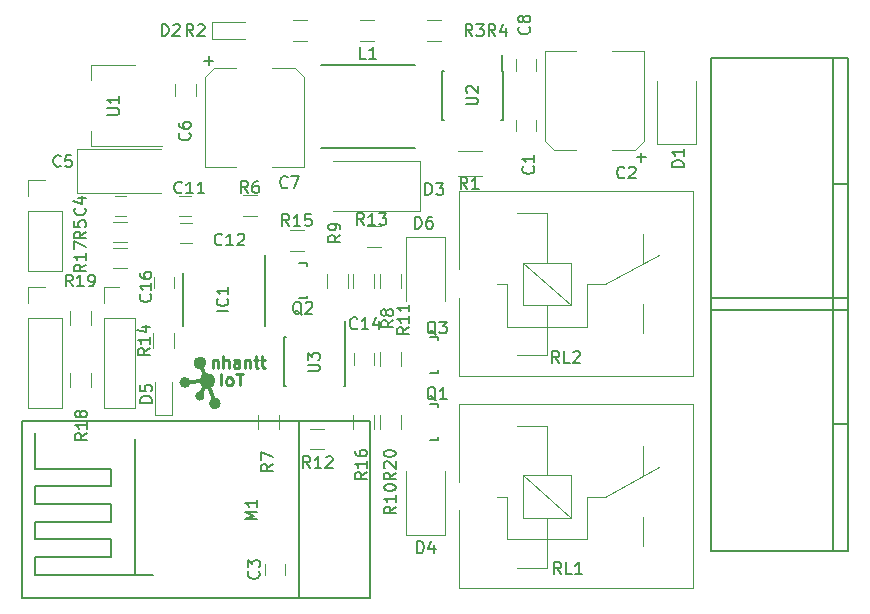
<source format=gto>
G04 #@! TF.FileFunction,Legend,Top*
%FSLAX46Y46*%
G04 Gerber Fmt 4.6, Leading zero omitted, Abs format (unit mm)*
G04 Created by KiCad (PCBNEW 4.0.6) date 01/12/18 15:45:59*
%MOMM*%
%LPD*%
G01*
G04 APERTURE LIST*
%ADD10C,0.100000*%
%ADD11C,0.250000*%
%ADD12C,0.120000*%
%ADD13C,0.150000*%
%ADD14C,0.300000*%
%ADD15C,0.600000*%
%ADD16C,0.400000*%
%ADD17C,0.500000*%
G04 APERTURE END LIST*
D10*
D11*
X86207142Y-119510714D02*
X86207142Y-120177381D01*
X86207142Y-119605952D02*
X86254761Y-119558333D01*
X86349999Y-119510714D01*
X86492857Y-119510714D01*
X86588095Y-119558333D01*
X86635714Y-119653571D01*
X86635714Y-120177381D01*
X87111904Y-120177381D02*
X87111904Y-119177381D01*
X87540476Y-120177381D02*
X87540476Y-119653571D01*
X87492857Y-119558333D01*
X87397619Y-119510714D01*
X87254761Y-119510714D01*
X87159523Y-119558333D01*
X87111904Y-119605952D01*
X88445238Y-120177381D02*
X88445238Y-119653571D01*
X88397619Y-119558333D01*
X88302381Y-119510714D01*
X88111904Y-119510714D01*
X88016666Y-119558333D01*
X88445238Y-120129762D02*
X88350000Y-120177381D01*
X88111904Y-120177381D01*
X88016666Y-120129762D01*
X87969047Y-120034524D01*
X87969047Y-119939286D01*
X88016666Y-119844048D01*
X88111904Y-119796429D01*
X88350000Y-119796429D01*
X88445238Y-119748810D01*
X88921428Y-119510714D02*
X88921428Y-120177381D01*
X88921428Y-119605952D02*
X88969047Y-119558333D01*
X89064285Y-119510714D01*
X89207143Y-119510714D01*
X89302381Y-119558333D01*
X89350000Y-119653571D01*
X89350000Y-120177381D01*
X89683333Y-119510714D02*
X90064285Y-119510714D01*
X89826190Y-119177381D02*
X89826190Y-120034524D01*
X89873809Y-120129762D01*
X89969047Y-120177381D01*
X90064285Y-120177381D01*
X90254762Y-119510714D02*
X90635714Y-119510714D01*
X90397619Y-119177381D02*
X90397619Y-120034524D01*
X90445238Y-120129762D01*
X90540476Y-120177381D01*
X90635714Y-120177381D01*
D12*
X111850000Y-99170000D02*
X111850000Y-100170000D01*
X113550000Y-100170000D02*
X113550000Y-99170000D01*
X121930000Y-101760000D02*
X120010000Y-101760000D01*
X115070000Y-101760000D02*
X116990000Y-101760000D01*
X122690000Y-93380000D02*
X120010000Y-93380000D01*
X114310000Y-93380000D02*
X116990000Y-93380000D01*
X122690000Y-93380000D02*
X122690000Y-101000000D01*
X122690000Y-101000000D02*
X121930000Y-101760000D01*
X115070000Y-101760000D02*
X114310000Y-101000000D01*
X114310000Y-101000000D02*
X114310000Y-93380000D01*
X90630000Y-136760000D02*
X90630000Y-137760000D01*
X92330000Y-137760000D02*
X92330000Y-136760000D01*
X78900000Y-105620000D02*
X77900000Y-105620000D01*
X77900000Y-107320000D02*
X78900000Y-107320000D01*
X74700000Y-101650000D02*
X81800000Y-101650000D01*
X74700000Y-105350000D02*
X81800000Y-105350000D01*
X74700000Y-101650000D02*
X74700000Y-105350000D01*
X84750000Y-97170000D02*
X84750000Y-96170000D01*
X83050000Y-96170000D02*
X83050000Y-97170000D01*
X85510000Y-103160000D02*
X88190000Y-103160000D01*
X93890000Y-103160000D02*
X91210000Y-103160000D01*
X93130000Y-94780000D02*
X91210000Y-94780000D01*
X86270000Y-94780000D02*
X88190000Y-94780000D01*
X85510000Y-103160000D02*
X85510000Y-95540000D01*
X85510000Y-95540000D02*
X86270000Y-94780000D01*
X93130000Y-94780000D02*
X93890000Y-95540000D01*
X93890000Y-95540000D02*
X93890000Y-103160000D01*
X113550000Y-95070000D02*
X113550000Y-94070000D01*
X111850000Y-94070000D02*
X111850000Y-95070000D01*
X83370000Y-107340000D02*
X84370000Y-107340000D01*
X84370000Y-105640000D02*
X83370000Y-105640000D01*
X83420000Y-109590000D02*
X84420000Y-109590000D01*
X84420000Y-107890000D02*
X83420000Y-107890000D01*
X98150000Y-118920000D02*
X98150000Y-119920000D01*
X99850000Y-119920000D02*
X99850000Y-118920000D01*
X82940000Y-113470000D02*
X82940000Y-112470000D01*
X81240000Y-112470000D02*
X81240000Y-113470000D01*
X123850000Y-101270000D02*
X127150000Y-101270000D01*
X127150000Y-101270000D02*
X127150000Y-95870000D01*
X123850000Y-101270000D02*
X123850000Y-95870000D01*
X86150000Y-90920000D02*
X86150000Y-92320000D01*
X86150000Y-92320000D02*
X88950000Y-92320000D01*
X86150000Y-90920000D02*
X88950000Y-90920000D01*
X103710000Y-106940000D02*
X103710000Y-102640000D01*
X103710000Y-102640000D02*
X96410000Y-102640000D01*
X103710000Y-106940000D02*
X96410000Y-106940000D01*
X102600000Y-134320000D02*
X105900000Y-134320000D01*
X105900000Y-134320000D02*
X105900000Y-128920000D01*
X102600000Y-134320000D02*
X102600000Y-128920000D01*
X81320000Y-124210000D02*
X82720000Y-124210000D01*
X82720000Y-124210000D02*
X82720000Y-121410000D01*
X81320000Y-124210000D02*
X81320000Y-121410000D01*
X105900000Y-109120000D02*
X102600000Y-109120000D01*
X102600000Y-109120000D02*
X102600000Y-114520000D01*
X105900000Y-109120000D02*
X105900000Y-114520000D01*
D13*
X83725000Y-112195000D02*
X83725000Y-116645000D01*
X90625000Y-110670000D02*
X90625000Y-116645000D01*
D12*
X70600000Y-115940000D02*
X70600000Y-123620000D01*
X70600000Y-123620000D02*
X73400000Y-123620000D01*
X73400000Y-123620000D02*
X73400000Y-115940000D01*
X73400000Y-115940000D02*
X70600000Y-115940000D01*
X70600000Y-114670000D02*
X70600000Y-113340000D01*
X70600000Y-113340000D02*
X72000000Y-113340000D01*
X76960000Y-115940000D02*
X76960000Y-123620000D01*
X76960000Y-123620000D02*
X79620000Y-123620000D01*
X79620000Y-123620000D02*
X79620000Y-115940000D01*
X79620000Y-115940000D02*
X76960000Y-115940000D01*
X76960000Y-114670000D02*
X76960000Y-113340000D01*
X76960000Y-113340000D02*
X78290000Y-113340000D01*
D13*
X95400000Y-94570000D02*
X103300000Y-94570000D01*
X95400000Y-101570000D02*
X103300000Y-101570000D01*
X79620000Y-126220000D02*
X79620000Y-137720000D01*
X77620000Y-137720000D02*
X81120000Y-137720000D01*
X71120000Y-137720000D02*
X77620000Y-137720000D01*
X71120000Y-136220000D02*
X71120000Y-137720000D01*
X77620000Y-136220000D02*
X71120000Y-136220000D01*
X77620000Y-134720000D02*
X77620000Y-136220000D01*
X71120000Y-134720000D02*
X77620000Y-134720000D01*
X71120000Y-133220000D02*
X71120000Y-134720000D01*
X77620000Y-133220000D02*
X71120000Y-133220000D01*
X77620000Y-131720000D02*
X77620000Y-133220000D01*
X71120000Y-131720000D02*
X77620000Y-131720000D01*
X71120000Y-130220000D02*
X71120000Y-131720000D01*
X77620000Y-130220000D02*
X71120000Y-130220000D01*
X77620000Y-128720000D02*
X77620000Y-130220000D01*
X71120000Y-128720000D02*
X77620000Y-128720000D01*
X71120000Y-125720000D02*
X71120000Y-128720000D01*
X93520000Y-139720000D02*
X93520000Y-124720000D01*
X70020000Y-124720000D02*
X99520000Y-124720000D01*
X70020000Y-139720000D02*
X70020000Y-124720000D01*
X99520000Y-139720000D02*
X70020000Y-139720000D01*
X99520000Y-139720000D02*
X99520000Y-124720000D01*
X105301000Y-126069160D02*
X105301000Y-126020900D01*
X104599960Y-123270180D02*
X105301000Y-123270180D01*
X105301000Y-123270180D02*
X105301000Y-123519100D01*
X105301000Y-126069160D02*
X105301000Y-126269820D01*
X105301000Y-126269820D02*
X104599960Y-126269820D01*
X94200240Y-114119160D02*
X94200240Y-114070900D01*
X93499200Y-111320180D02*
X94200240Y-111320180D01*
X94200240Y-111320180D02*
X94200240Y-111569100D01*
X94200240Y-114119160D02*
X94200240Y-114319820D01*
X94200240Y-114319820D02*
X93499200Y-114319820D01*
X105310240Y-120419160D02*
X105310240Y-120370900D01*
X104609200Y-117620180D02*
X105310240Y-117620180D01*
X105310240Y-117620180D02*
X105310240Y-117869100D01*
X105310240Y-120419160D02*
X105310240Y-120619820D01*
X105310240Y-120619820D02*
X104609200Y-120619820D01*
D12*
X109000000Y-103940000D02*
X107000000Y-103940000D01*
X107000000Y-101800000D02*
X109000000Y-101800000D01*
X94216666Y-92500000D02*
X93016666Y-92500000D01*
X93016666Y-90740000D02*
X94216666Y-90740000D01*
X98683332Y-90740000D02*
X99883332Y-90740000D01*
X99883332Y-92500000D02*
X98683332Y-92500000D01*
X104349998Y-90740000D02*
X105549998Y-90740000D01*
X105549998Y-92500000D02*
X104349998Y-92500000D01*
X77750000Y-107810000D02*
X78950000Y-107810000D01*
X78950000Y-109570000D02*
X77750000Y-109570000D01*
X88750000Y-105590000D02*
X89950000Y-105590000D01*
X89950000Y-107350000D02*
X88750000Y-107350000D01*
X90020000Y-125370000D02*
X90020000Y-124170000D01*
X91780000Y-124170000D02*
X91780000Y-125370000D01*
X98120000Y-113470000D02*
X98120000Y-112270000D01*
X99880000Y-112270000D02*
X99880000Y-113470000D01*
X95870000Y-113470000D02*
X95870000Y-112270000D01*
X97630000Y-112270000D02*
X97630000Y-113470000D01*
X100370000Y-125370000D02*
X100370000Y-124170000D01*
X102130000Y-124170000D02*
X102130000Y-125370000D01*
X100370000Y-113470000D02*
X100370000Y-112270000D01*
X102130000Y-112270000D02*
X102130000Y-113470000D01*
X95650000Y-127090000D02*
X94450000Y-127090000D01*
X94450000Y-125330000D02*
X95650000Y-125330000D01*
X99250000Y-108190000D02*
X100450000Y-108190000D01*
X100450000Y-109950000D02*
X99250000Y-109950000D01*
X82920000Y-117280000D02*
X82920000Y-118480000D01*
X81160000Y-118480000D02*
X81160000Y-117280000D01*
X93910000Y-110310000D02*
X92710000Y-110310000D01*
X92710000Y-108550000D02*
X93910000Y-108550000D01*
X99830000Y-124170000D02*
X99830000Y-125370000D01*
X98070000Y-125370000D02*
X98070000Y-124170000D01*
X77720000Y-110020000D02*
X78920000Y-110020000D01*
X78920000Y-111780000D02*
X77720000Y-111780000D01*
X74160000Y-121820000D02*
X74160000Y-120620000D01*
X75920000Y-120620000D02*
X75920000Y-121820000D01*
X75870000Y-115390000D02*
X75870000Y-116590000D01*
X74110000Y-116590000D02*
X74110000Y-115390000D01*
X100370000Y-120070000D02*
X100370000Y-118870000D01*
X102130000Y-118870000D02*
X102130000Y-120070000D01*
X75890000Y-94590000D02*
X75890000Y-95850000D01*
X75890000Y-101410000D02*
X75890000Y-100150000D01*
X79650000Y-94590000D02*
X75890000Y-94590000D01*
X81900000Y-101410000D02*
X75890000Y-101410000D01*
D13*
X110775000Y-95095000D02*
X110725000Y-95095000D01*
X110775000Y-99245000D02*
X110630000Y-99245000D01*
X105625000Y-99245000D02*
X105770000Y-99245000D01*
X105625000Y-95095000D02*
X105770000Y-95095000D01*
X110775000Y-95095000D02*
X110775000Y-99245000D01*
X105625000Y-95095000D02*
X105625000Y-99245000D01*
X110725000Y-95095000D02*
X110725000Y-93695000D01*
X97425000Y-117595000D02*
X97375000Y-117595000D01*
X97425000Y-121745000D02*
X97280000Y-121745000D01*
X92275000Y-121745000D02*
X92420000Y-121745000D01*
X92275000Y-117595000D02*
X92420000Y-117595000D01*
X97425000Y-117595000D02*
X97425000Y-121745000D01*
X92275000Y-117595000D02*
X92275000Y-121745000D01*
X97375000Y-117595000D02*
X97375000Y-116195000D01*
X138800000Y-104630000D02*
X139900000Y-104630000D01*
X138700000Y-115310000D02*
X138700000Y-93950000D01*
X140000000Y-115310000D02*
X140000000Y-93950000D01*
X128400000Y-115310000D02*
X140000000Y-115310000D01*
X140000000Y-93950000D02*
X128400000Y-93950000D01*
X128400000Y-93950000D02*
X128400000Y-115310000D01*
X138800000Y-124980000D02*
X139900000Y-124980000D01*
X138700000Y-135660000D02*
X138700000Y-114300000D01*
X140000000Y-135660000D02*
X140000000Y-114300000D01*
X128400000Y-135660000D02*
X140000000Y-135660000D01*
X140000000Y-114300000D02*
X128400000Y-114300000D01*
X128400000Y-114300000D02*
X128400000Y-135660000D01*
D12*
X107050000Y-132250000D02*
X107050000Y-138850000D01*
X107050000Y-123250000D02*
X107050000Y-129850000D01*
X107050000Y-123250000D02*
X126850000Y-123250000D01*
X126850000Y-123250000D02*
X126850000Y-138850000D01*
X126850000Y-138850000D02*
X107050000Y-138850000D01*
X122600000Y-135250000D02*
X122600000Y-132800000D01*
X122600000Y-126850000D02*
X122600000Y-129350000D01*
X112000000Y-137100000D02*
X114500000Y-137100000D01*
X111100000Y-131100000D02*
X110300000Y-131100000D01*
X114500000Y-125100000D02*
X112000000Y-125100000D01*
X117900000Y-131100000D02*
X119400000Y-131100000D01*
X119400000Y-131100000D02*
X124000000Y-128600000D01*
X117900000Y-134700000D02*
X111100000Y-134700000D01*
X117900000Y-131100000D02*
X117900000Y-134700000D01*
X111100000Y-131100000D02*
X111100000Y-134700000D01*
X114500000Y-125100000D02*
X114500000Y-129300000D01*
X114500000Y-132900000D02*
X114500000Y-137100000D01*
X116500000Y-132900000D02*
X112500000Y-129300000D01*
X112500000Y-132900000D02*
X112500000Y-129300000D01*
X112500000Y-129300000D02*
X116500000Y-129300000D01*
X116500000Y-129300000D02*
X116500000Y-132900000D01*
X116500000Y-132900000D02*
X112500000Y-132900000D01*
X107050000Y-114250000D02*
X107050000Y-120850000D01*
X107050000Y-105250000D02*
X107050000Y-111850000D01*
X107050000Y-105250000D02*
X126850000Y-105250000D01*
X126850000Y-105250000D02*
X126850000Y-120850000D01*
X126850000Y-120850000D02*
X107050000Y-120850000D01*
X122600000Y-117250000D02*
X122600000Y-114800000D01*
X122600000Y-108850000D02*
X122600000Y-111350000D01*
X112000000Y-119100000D02*
X114500000Y-119100000D01*
X111100000Y-113100000D02*
X110300000Y-113100000D01*
X114500000Y-107100000D02*
X112000000Y-107100000D01*
X117900000Y-113100000D02*
X119400000Y-113100000D01*
X119400000Y-113100000D02*
X124000000Y-110600000D01*
X117900000Y-116700000D02*
X111100000Y-116700000D01*
X117900000Y-113100000D02*
X117900000Y-116700000D01*
X111100000Y-113100000D02*
X111100000Y-116700000D01*
X114500000Y-107100000D02*
X114500000Y-111300000D01*
X114500000Y-114900000D02*
X114500000Y-119100000D01*
X116500000Y-114900000D02*
X112500000Y-111300000D01*
X112500000Y-114900000D02*
X112500000Y-111300000D01*
X112500000Y-111300000D02*
X116500000Y-111300000D01*
X116500000Y-111300000D02*
X116500000Y-114900000D01*
X116500000Y-114900000D02*
X112500000Y-114900000D01*
X70600000Y-106880000D02*
X70600000Y-112020000D01*
X70600000Y-112020000D02*
X73400000Y-112020000D01*
X73400000Y-112020000D02*
X73400000Y-106880000D01*
X73330000Y-106880000D02*
X70670000Y-106880000D01*
X70600000Y-105610000D02*
X70600000Y-104280000D01*
X70600000Y-104280000D02*
X72000000Y-104280000D01*
D14*
X85750000Y-121300000D02*
X86385000Y-123205000D01*
X85750000Y-121300000D02*
X85115000Y-122570000D01*
X83845000Y-121427000D02*
X85750000Y-121300000D01*
X85115000Y-119776000D02*
X85750000Y-121300000D01*
D15*
X85369000Y-119776000D02*
G75*
G03X85369000Y-119776000I-254000J0D01*
G01*
D16*
X84099000Y-121427000D02*
G75*
G03X84099000Y-121427000I-254000J0D01*
G01*
D15*
X86131000Y-121300000D02*
G75*
G03X86131000Y-121300000I-381000J0D01*
G01*
D17*
X86639000Y-123205000D02*
G75*
G03X86639000Y-123205000I-254000J0D01*
G01*
D16*
X85305500Y-122570000D02*
G75*
G03X85305500Y-122570000I-190500J0D01*
G01*
D13*
X113332143Y-103141666D02*
X113379762Y-103189285D01*
X113427381Y-103332142D01*
X113427381Y-103427380D01*
X113379762Y-103570238D01*
X113284524Y-103665476D01*
X113189286Y-103713095D01*
X112998810Y-103760714D01*
X112855952Y-103760714D01*
X112665476Y-103713095D01*
X112570238Y-103665476D01*
X112475000Y-103570238D01*
X112427381Y-103427380D01*
X112427381Y-103332142D01*
X112475000Y-103189285D01*
X112522619Y-103141666D01*
X113427381Y-102189285D02*
X113427381Y-102760714D01*
X113427381Y-102475000D02*
X112427381Y-102475000D01*
X112570238Y-102570238D01*
X112665476Y-102665476D01*
X112713095Y-102760714D01*
X121058334Y-104057143D02*
X121010715Y-104104762D01*
X120867858Y-104152381D01*
X120772620Y-104152381D01*
X120629762Y-104104762D01*
X120534524Y-104009524D01*
X120486905Y-103914286D01*
X120439286Y-103723810D01*
X120439286Y-103580952D01*
X120486905Y-103390476D01*
X120534524Y-103295238D01*
X120629762Y-103200000D01*
X120772620Y-103152381D01*
X120867858Y-103152381D01*
X121010715Y-103200000D01*
X121058334Y-103247619D01*
X121439286Y-103247619D02*
X121486905Y-103200000D01*
X121582143Y-103152381D01*
X121820239Y-103152381D01*
X121915477Y-103200000D01*
X121963096Y-103247619D01*
X122010715Y-103342857D01*
X122010715Y-103438095D01*
X121963096Y-103580952D01*
X121391667Y-104152381D01*
X122010715Y-104152381D01*
X122481429Y-102730952D02*
X122481429Y-101969047D01*
X122862381Y-102349999D02*
X122100476Y-102349999D01*
X90087143Y-137426666D02*
X90134762Y-137474285D01*
X90182381Y-137617142D01*
X90182381Y-137712380D01*
X90134762Y-137855238D01*
X90039524Y-137950476D01*
X89944286Y-137998095D01*
X89753810Y-138045714D01*
X89610952Y-138045714D01*
X89420476Y-137998095D01*
X89325238Y-137950476D01*
X89230000Y-137855238D01*
X89182381Y-137712380D01*
X89182381Y-137617142D01*
X89230000Y-137474285D01*
X89277619Y-137426666D01*
X89182381Y-137093333D02*
X89182381Y-136474285D01*
X89563333Y-136807619D01*
X89563333Y-136664761D01*
X89610952Y-136569523D01*
X89658571Y-136521904D01*
X89753810Y-136474285D01*
X89991905Y-136474285D01*
X90087143Y-136521904D01*
X90134762Y-136569523D01*
X90182381Y-136664761D01*
X90182381Y-136950476D01*
X90134762Y-137045714D01*
X90087143Y-137093333D01*
X75357143Y-106666666D02*
X75404762Y-106714285D01*
X75452381Y-106857142D01*
X75452381Y-106952380D01*
X75404762Y-107095238D01*
X75309524Y-107190476D01*
X75214286Y-107238095D01*
X75023810Y-107285714D01*
X74880952Y-107285714D01*
X74690476Y-107238095D01*
X74595238Y-107190476D01*
X74500000Y-107095238D01*
X74452381Y-106952380D01*
X74452381Y-106857142D01*
X74500000Y-106714285D01*
X74547619Y-106666666D01*
X74785714Y-105809523D02*
X75452381Y-105809523D01*
X74404762Y-106047619D02*
X75119048Y-106285714D01*
X75119048Y-105666666D01*
X73333334Y-103082143D02*
X73285715Y-103129762D01*
X73142858Y-103177381D01*
X73047620Y-103177381D01*
X72904762Y-103129762D01*
X72809524Y-103034524D01*
X72761905Y-102939286D01*
X72714286Y-102748810D01*
X72714286Y-102605952D01*
X72761905Y-102415476D01*
X72809524Y-102320238D01*
X72904762Y-102225000D01*
X73047620Y-102177381D01*
X73142858Y-102177381D01*
X73285715Y-102225000D01*
X73333334Y-102272619D01*
X74238096Y-102177381D02*
X73761905Y-102177381D01*
X73714286Y-102653571D01*
X73761905Y-102605952D01*
X73857143Y-102558333D01*
X74095239Y-102558333D01*
X74190477Y-102605952D01*
X74238096Y-102653571D01*
X74285715Y-102748810D01*
X74285715Y-102986905D01*
X74238096Y-103082143D01*
X74190477Y-103129762D01*
X74095239Y-103177381D01*
X73857143Y-103177381D01*
X73761905Y-103129762D01*
X73714286Y-103082143D01*
X84232143Y-100316666D02*
X84279762Y-100364285D01*
X84327381Y-100507142D01*
X84327381Y-100602380D01*
X84279762Y-100745238D01*
X84184524Y-100840476D01*
X84089286Y-100888095D01*
X83898810Y-100935714D01*
X83755952Y-100935714D01*
X83565476Y-100888095D01*
X83470238Y-100840476D01*
X83375000Y-100745238D01*
X83327381Y-100602380D01*
X83327381Y-100507142D01*
X83375000Y-100364285D01*
X83422619Y-100316666D01*
X83327381Y-99459523D02*
X83327381Y-99650000D01*
X83375000Y-99745238D01*
X83422619Y-99792857D01*
X83565476Y-99888095D01*
X83755952Y-99935714D01*
X84136905Y-99935714D01*
X84232143Y-99888095D01*
X84279762Y-99840476D01*
X84327381Y-99745238D01*
X84327381Y-99554761D01*
X84279762Y-99459523D01*
X84232143Y-99411904D01*
X84136905Y-99364285D01*
X83898810Y-99364285D01*
X83803571Y-99411904D01*
X83755952Y-99459523D01*
X83708333Y-99554761D01*
X83708333Y-99745238D01*
X83755952Y-99840476D01*
X83803571Y-99888095D01*
X83898810Y-99935714D01*
X92533334Y-104882143D02*
X92485715Y-104929762D01*
X92342858Y-104977381D01*
X92247620Y-104977381D01*
X92104762Y-104929762D01*
X92009524Y-104834524D01*
X91961905Y-104739286D01*
X91914286Y-104548810D01*
X91914286Y-104405952D01*
X91961905Y-104215476D01*
X92009524Y-104120238D01*
X92104762Y-104025000D01*
X92247620Y-103977381D01*
X92342858Y-103977381D01*
X92485715Y-104025000D01*
X92533334Y-104072619D01*
X92866667Y-103977381D02*
X93533334Y-103977381D01*
X93104762Y-104977381D01*
X85871429Y-94570952D02*
X85871429Y-93809047D01*
X86252381Y-94189999D02*
X85490476Y-94189999D01*
X112982143Y-91316666D02*
X113029762Y-91364285D01*
X113077381Y-91507142D01*
X113077381Y-91602380D01*
X113029762Y-91745238D01*
X112934524Y-91840476D01*
X112839286Y-91888095D01*
X112648810Y-91935714D01*
X112505952Y-91935714D01*
X112315476Y-91888095D01*
X112220238Y-91840476D01*
X112125000Y-91745238D01*
X112077381Y-91602380D01*
X112077381Y-91507142D01*
X112125000Y-91364285D01*
X112172619Y-91316666D01*
X112505952Y-90745238D02*
X112458333Y-90840476D01*
X112410714Y-90888095D01*
X112315476Y-90935714D01*
X112267857Y-90935714D01*
X112172619Y-90888095D01*
X112125000Y-90840476D01*
X112077381Y-90745238D01*
X112077381Y-90554761D01*
X112125000Y-90459523D01*
X112172619Y-90411904D01*
X112267857Y-90364285D01*
X112315476Y-90364285D01*
X112410714Y-90411904D01*
X112458333Y-90459523D01*
X112505952Y-90554761D01*
X112505952Y-90745238D01*
X112553571Y-90840476D01*
X112601190Y-90888095D01*
X112696429Y-90935714D01*
X112886905Y-90935714D01*
X112982143Y-90888095D01*
X113029762Y-90840476D01*
X113077381Y-90745238D01*
X113077381Y-90554761D01*
X113029762Y-90459523D01*
X112982143Y-90411904D01*
X112886905Y-90364285D01*
X112696429Y-90364285D01*
X112601190Y-90411904D01*
X112553571Y-90459523D01*
X112505952Y-90554761D01*
X83582143Y-105332143D02*
X83534524Y-105379762D01*
X83391667Y-105427381D01*
X83296429Y-105427381D01*
X83153571Y-105379762D01*
X83058333Y-105284524D01*
X83010714Y-105189286D01*
X82963095Y-104998810D01*
X82963095Y-104855952D01*
X83010714Y-104665476D01*
X83058333Y-104570238D01*
X83153571Y-104475000D01*
X83296429Y-104427381D01*
X83391667Y-104427381D01*
X83534524Y-104475000D01*
X83582143Y-104522619D01*
X84534524Y-105427381D02*
X83963095Y-105427381D01*
X84248809Y-105427381D02*
X84248809Y-104427381D01*
X84153571Y-104570238D01*
X84058333Y-104665476D01*
X83963095Y-104713095D01*
X85486905Y-105427381D02*
X84915476Y-105427381D01*
X85201190Y-105427381D02*
X85201190Y-104427381D01*
X85105952Y-104570238D01*
X85010714Y-104665476D01*
X84915476Y-104713095D01*
X86982143Y-109732143D02*
X86934524Y-109779762D01*
X86791667Y-109827381D01*
X86696429Y-109827381D01*
X86553571Y-109779762D01*
X86458333Y-109684524D01*
X86410714Y-109589286D01*
X86363095Y-109398810D01*
X86363095Y-109255952D01*
X86410714Y-109065476D01*
X86458333Y-108970238D01*
X86553571Y-108875000D01*
X86696429Y-108827381D01*
X86791667Y-108827381D01*
X86934524Y-108875000D01*
X86982143Y-108922619D01*
X87934524Y-109827381D02*
X87363095Y-109827381D01*
X87648809Y-109827381D02*
X87648809Y-108827381D01*
X87553571Y-108970238D01*
X87458333Y-109065476D01*
X87363095Y-109113095D01*
X88315476Y-108922619D02*
X88363095Y-108875000D01*
X88458333Y-108827381D01*
X88696429Y-108827381D01*
X88791667Y-108875000D01*
X88839286Y-108922619D01*
X88886905Y-109017857D01*
X88886905Y-109113095D01*
X88839286Y-109255952D01*
X88267857Y-109827381D01*
X88886905Y-109827381D01*
X98432143Y-116832143D02*
X98384524Y-116879762D01*
X98241667Y-116927381D01*
X98146429Y-116927381D01*
X98003571Y-116879762D01*
X97908333Y-116784524D01*
X97860714Y-116689286D01*
X97813095Y-116498810D01*
X97813095Y-116355952D01*
X97860714Y-116165476D01*
X97908333Y-116070238D01*
X98003571Y-115975000D01*
X98146429Y-115927381D01*
X98241667Y-115927381D01*
X98384524Y-115975000D01*
X98432143Y-116022619D01*
X99384524Y-116927381D02*
X98813095Y-116927381D01*
X99098809Y-116927381D02*
X99098809Y-115927381D01*
X99003571Y-116070238D01*
X98908333Y-116165476D01*
X98813095Y-116213095D01*
X100241667Y-116260714D02*
X100241667Y-116927381D01*
X100003571Y-115879762D02*
X99765476Y-116594048D01*
X100384524Y-116594048D01*
X80907143Y-113967857D02*
X80954762Y-114015476D01*
X81002381Y-114158333D01*
X81002381Y-114253571D01*
X80954762Y-114396429D01*
X80859524Y-114491667D01*
X80764286Y-114539286D01*
X80573810Y-114586905D01*
X80430952Y-114586905D01*
X80240476Y-114539286D01*
X80145238Y-114491667D01*
X80050000Y-114396429D01*
X80002381Y-114253571D01*
X80002381Y-114158333D01*
X80050000Y-114015476D01*
X80097619Y-113967857D01*
X81002381Y-113015476D02*
X81002381Y-113586905D01*
X81002381Y-113301191D02*
X80002381Y-113301191D01*
X80145238Y-113396429D01*
X80240476Y-113491667D01*
X80288095Y-113586905D01*
X80002381Y-112158333D02*
X80002381Y-112348810D01*
X80050000Y-112444048D01*
X80097619Y-112491667D01*
X80240476Y-112586905D01*
X80430952Y-112634524D01*
X80811905Y-112634524D01*
X80907143Y-112586905D01*
X80954762Y-112539286D01*
X81002381Y-112444048D01*
X81002381Y-112253571D01*
X80954762Y-112158333D01*
X80907143Y-112110714D01*
X80811905Y-112063095D01*
X80573810Y-112063095D01*
X80478571Y-112110714D01*
X80430952Y-112158333D01*
X80383333Y-112253571D01*
X80383333Y-112444048D01*
X80430952Y-112539286D01*
X80478571Y-112586905D01*
X80573810Y-112634524D01*
X126077381Y-103188095D02*
X125077381Y-103188095D01*
X125077381Y-102950000D01*
X125125000Y-102807142D01*
X125220238Y-102711904D01*
X125315476Y-102664285D01*
X125505952Y-102616666D01*
X125648810Y-102616666D01*
X125839286Y-102664285D01*
X125934524Y-102711904D01*
X126029762Y-102807142D01*
X126077381Y-102950000D01*
X126077381Y-103188095D01*
X126077381Y-101664285D02*
X126077381Y-102235714D01*
X126077381Y-101950000D02*
X125077381Y-101950000D01*
X125220238Y-102045238D01*
X125315476Y-102140476D01*
X125363095Y-102235714D01*
X81886905Y-92077381D02*
X81886905Y-91077381D01*
X82125000Y-91077381D01*
X82267858Y-91125000D01*
X82363096Y-91220238D01*
X82410715Y-91315476D01*
X82458334Y-91505952D01*
X82458334Y-91648810D01*
X82410715Y-91839286D01*
X82363096Y-91934524D01*
X82267858Y-92029762D01*
X82125000Y-92077381D01*
X81886905Y-92077381D01*
X82839286Y-91172619D02*
X82886905Y-91125000D01*
X82982143Y-91077381D01*
X83220239Y-91077381D01*
X83315477Y-91125000D01*
X83363096Y-91172619D01*
X83410715Y-91267857D01*
X83410715Y-91363095D01*
X83363096Y-91505952D01*
X82791667Y-92077381D01*
X83410715Y-92077381D01*
X104211905Y-105552381D02*
X104211905Y-104552381D01*
X104450000Y-104552381D01*
X104592858Y-104600000D01*
X104688096Y-104695238D01*
X104735715Y-104790476D01*
X104783334Y-104980952D01*
X104783334Y-105123810D01*
X104735715Y-105314286D01*
X104688096Y-105409524D01*
X104592858Y-105504762D01*
X104450000Y-105552381D01*
X104211905Y-105552381D01*
X105116667Y-104552381D02*
X105735715Y-104552381D01*
X105402381Y-104933333D01*
X105545239Y-104933333D01*
X105640477Y-104980952D01*
X105688096Y-105028571D01*
X105735715Y-105123810D01*
X105735715Y-105361905D01*
X105688096Y-105457143D01*
X105640477Y-105504762D01*
X105545239Y-105552381D01*
X105259524Y-105552381D01*
X105164286Y-105504762D01*
X105116667Y-105457143D01*
X103511905Y-135877381D02*
X103511905Y-134877381D01*
X103750000Y-134877381D01*
X103892858Y-134925000D01*
X103988096Y-135020238D01*
X104035715Y-135115476D01*
X104083334Y-135305952D01*
X104083334Y-135448810D01*
X104035715Y-135639286D01*
X103988096Y-135734524D01*
X103892858Y-135829762D01*
X103750000Y-135877381D01*
X103511905Y-135877381D01*
X104940477Y-135210714D02*
X104940477Y-135877381D01*
X104702381Y-134829762D02*
X104464286Y-135544048D01*
X105083334Y-135544048D01*
X81052381Y-123138095D02*
X80052381Y-123138095D01*
X80052381Y-122900000D01*
X80100000Y-122757142D01*
X80195238Y-122661904D01*
X80290476Y-122614285D01*
X80480952Y-122566666D01*
X80623810Y-122566666D01*
X80814286Y-122614285D01*
X80909524Y-122661904D01*
X81004762Y-122757142D01*
X81052381Y-122900000D01*
X81052381Y-123138095D01*
X80052381Y-121661904D02*
X80052381Y-122138095D01*
X80528571Y-122185714D01*
X80480952Y-122138095D01*
X80433333Y-122042857D01*
X80433333Y-121804761D01*
X80480952Y-121709523D01*
X80528571Y-121661904D01*
X80623810Y-121614285D01*
X80861905Y-121614285D01*
X80957143Y-121661904D01*
X81004762Y-121709523D01*
X81052381Y-121804761D01*
X81052381Y-122042857D01*
X81004762Y-122138095D01*
X80957143Y-122185714D01*
X103311905Y-108402381D02*
X103311905Y-107402381D01*
X103550000Y-107402381D01*
X103692858Y-107450000D01*
X103788096Y-107545238D01*
X103835715Y-107640476D01*
X103883334Y-107830952D01*
X103883334Y-107973810D01*
X103835715Y-108164286D01*
X103788096Y-108259524D01*
X103692858Y-108354762D01*
X103550000Y-108402381D01*
X103311905Y-108402381D01*
X104740477Y-107402381D02*
X104550000Y-107402381D01*
X104454762Y-107450000D01*
X104407143Y-107497619D01*
X104311905Y-107640476D01*
X104264286Y-107830952D01*
X104264286Y-108211905D01*
X104311905Y-108307143D01*
X104359524Y-108354762D01*
X104454762Y-108402381D01*
X104645239Y-108402381D01*
X104740477Y-108354762D01*
X104788096Y-108307143D01*
X104835715Y-108211905D01*
X104835715Y-107973810D01*
X104788096Y-107878571D01*
X104740477Y-107830952D01*
X104645239Y-107783333D01*
X104454762Y-107783333D01*
X104359524Y-107830952D01*
X104311905Y-107878571D01*
X104264286Y-107973810D01*
X87527381Y-115376190D02*
X86527381Y-115376190D01*
X87432143Y-114328571D02*
X87479762Y-114376190D01*
X87527381Y-114519047D01*
X87527381Y-114614285D01*
X87479762Y-114757143D01*
X87384524Y-114852381D01*
X87289286Y-114900000D01*
X87098810Y-114947619D01*
X86955952Y-114947619D01*
X86765476Y-114900000D01*
X86670238Y-114852381D01*
X86575000Y-114757143D01*
X86527381Y-114614285D01*
X86527381Y-114519047D01*
X86575000Y-114376190D01*
X86622619Y-114328571D01*
X87527381Y-113376190D02*
X87527381Y-113947619D01*
X87527381Y-113661905D02*
X86527381Y-113661905D01*
X86670238Y-113757143D01*
X86765476Y-113852381D01*
X86813095Y-113947619D01*
X99183334Y-94027381D02*
X98707143Y-94027381D01*
X98707143Y-93027381D01*
X100040477Y-94027381D02*
X99469048Y-94027381D01*
X99754762Y-94027381D02*
X99754762Y-93027381D01*
X99659524Y-93170238D01*
X99564286Y-93265476D01*
X99469048Y-93313095D01*
X89972381Y-133029524D02*
X88972381Y-133029524D01*
X89686667Y-132696190D01*
X88972381Y-132362857D01*
X89972381Y-132362857D01*
X89972381Y-131362857D02*
X89972381Y-131934286D01*
X89972381Y-131648572D02*
X88972381Y-131648572D01*
X89115238Y-131743810D01*
X89210476Y-131839048D01*
X89258095Y-131934286D01*
X105104762Y-122947619D02*
X105009524Y-122900000D01*
X104914286Y-122804762D01*
X104771429Y-122661905D01*
X104676190Y-122614286D01*
X104580952Y-122614286D01*
X104628571Y-122852381D02*
X104533333Y-122804762D01*
X104438095Y-122709524D01*
X104390476Y-122519048D01*
X104390476Y-122185714D01*
X104438095Y-121995238D01*
X104533333Y-121900000D01*
X104628571Y-121852381D01*
X104819048Y-121852381D01*
X104914286Y-121900000D01*
X105009524Y-121995238D01*
X105057143Y-122185714D01*
X105057143Y-122519048D01*
X105009524Y-122709524D01*
X104914286Y-122804762D01*
X104819048Y-122852381D01*
X104628571Y-122852381D01*
X106009524Y-122852381D02*
X105438095Y-122852381D01*
X105723809Y-122852381D02*
X105723809Y-121852381D01*
X105628571Y-121995238D01*
X105533333Y-122090476D01*
X105438095Y-122138095D01*
X93729762Y-115697619D02*
X93634524Y-115650000D01*
X93539286Y-115554762D01*
X93396429Y-115411905D01*
X93301190Y-115364286D01*
X93205952Y-115364286D01*
X93253571Y-115602381D02*
X93158333Y-115554762D01*
X93063095Y-115459524D01*
X93015476Y-115269048D01*
X93015476Y-114935714D01*
X93063095Y-114745238D01*
X93158333Y-114650000D01*
X93253571Y-114602381D01*
X93444048Y-114602381D01*
X93539286Y-114650000D01*
X93634524Y-114745238D01*
X93682143Y-114935714D01*
X93682143Y-115269048D01*
X93634524Y-115459524D01*
X93539286Y-115554762D01*
X93444048Y-115602381D01*
X93253571Y-115602381D01*
X94063095Y-114697619D02*
X94110714Y-114650000D01*
X94205952Y-114602381D01*
X94444048Y-114602381D01*
X94539286Y-114650000D01*
X94586905Y-114697619D01*
X94634524Y-114792857D01*
X94634524Y-114888095D01*
X94586905Y-115030952D01*
X94015476Y-115602381D01*
X94634524Y-115602381D01*
X105104762Y-117372619D02*
X105009524Y-117325000D01*
X104914286Y-117229762D01*
X104771429Y-117086905D01*
X104676190Y-117039286D01*
X104580952Y-117039286D01*
X104628571Y-117277381D02*
X104533333Y-117229762D01*
X104438095Y-117134524D01*
X104390476Y-116944048D01*
X104390476Y-116610714D01*
X104438095Y-116420238D01*
X104533333Y-116325000D01*
X104628571Y-116277381D01*
X104819048Y-116277381D01*
X104914286Y-116325000D01*
X105009524Y-116420238D01*
X105057143Y-116610714D01*
X105057143Y-116944048D01*
X105009524Y-117134524D01*
X104914286Y-117229762D01*
X104819048Y-117277381D01*
X104628571Y-117277381D01*
X105390476Y-116277381D02*
X106009524Y-116277381D01*
X105676190Y-116658333D01*
X105819048Y-116658333D01*
X105914286Y-116705952D01*
X105961905Y-116753571D01*
X106009524Y-116848810D01*
X106009524Y-117086905D01*
X105961905Y-117182143D01*
X105914286Y-117229762D01*
X105819048Y-117277381D01*
X105533333Y-117277381D01*
X105438095Y-117229762D01*
X105390476Y-117182143D01*
X107758334Y-105052381D02*
X107425000Y-104576190D01*
X107186905Y-105052381D02*
X107186905Y-104052381D01*
X107567858Y-104052381D01*
X107663096Y-104100000D01*
X107710715Y-104147619D01*
X107758334Y-104242857D01*
X107758334Y-104385714D01*
X107710715Y-104480952D01*
X107663096Y-104528571D01*
X107567858Y-104576190D01*
X107186905Y-104576190D01*
X108710715Y-105052381D02*
X108139286Y-105052381D01*
X108425000Y-105052381D02*
X108425000Y-104052381D01*
X108329762Y-104195238D01*
X108234524Y-104290476D01*
X108139286Y-104338095D01*
X84558334Y-92102381D02*
X84225000Y-91626190D01*
X83986905Y-92102381D02*
X83986905Y-91102381D01*
X84367858Y-91102381D01*
X84463096Y-91150000D01*
X84510715Y-91197619D01*
X84558334Y-91292857D01*
X84558334Y-91435714D01*
X84510715Y-91530952D01*
X84463096Y-91578571D01*
X84367858Y-91626190D01*
X83986905Y-91626190D01*
X84939286Y-91197619D02*
X84986905Y-91150000D01*
X85082143Y-91102381D01*
X85320239Y-91102381D01*
X85415477Y-91150000D01*
X85463096Y-91197619D01*
X85510715Y-91292857D01*
X85510715Y-91388095D01*
X85463096Y-91530952D01*
X84891667Y-92102381D01*
X85510715Y-92102381D01*
X108183334Y-92102381D02*
X107850000Y-91626190D01*
X107611905Y-92102381D02*
X107611905Y-91102381D01*
X107992858Y-91102381D01*
X108088096Y-91150000D01*
X108135715Y-91197619D01*
X108183334Y-91292857D01*
X108183334Y-91435714D01*
X108135715Y-91530952D01*
X108088096Y-91578571D01*
X107992858Y-91626190D01*
X107611905Y-91626190D01*
X108516667Y-91102381D02*
X109135715Y-91102381D01*
X108802381Y-91483333D01*
X108945239Y-91483333D01*
X109040477Y-91530952D01*
X109088096Y-91578571D01*
X109135715Y-91673810D01*
X109135715Y-91911905D01*
X109088096Y-92007143D01*
X109040477Y-92054762D01*
X108945239Y-92102381D01*
X108659524Y-92102381D01*
X108564286Y-92054762D01*
X108516667Y-92007143D01*
X110133334Y-92102381D02*
X109800000Y-91626190D01*
X109561905Y-92102381D02*
X109561905Y-91102381D01*
X109942858Y-91102381D01*
X110038096Y-91150000D01*
X110085715Y-91197619D01*
X110133334Y-91292857D01*
X110133334Y-91435714D01*
X110085715Y-91530952D01*
X110038096Y-91578571D01*
X109942858Y-91626190D01*
X109561905Y-91626190D01*
X110990477Y-91435714D02*
X110990477Y-92102381D01*
X110752381Y-91054762D02*
X110514286Y-91769048D01*
X111133334Y-91769048D01*
X75452381Y-108666666D02*
X74976190Y-109000000D01*
X75452381Y-109238095D02*
X74452381Y-109238095D01*
X74452381Y-108857142D01*
X74500000Y-108761904D01*
X74547619Y-108714285D01*
X74642857Y-108666666D01*
X74785714Y-108666666D01*
X74880952Y-108714285D01*
X74928571Y-108761904D01*
X74976190Y-108857142D01*
X74976190Y-109238095D01*
X74452381Y-107761904D02*
X74452381Y-108238095D01*
X74928571Y-108285714D01*
X74880952Y-108238095D01*
X74833333Y-108142857D01*
X74833333Y-107904761D01*
X74880952Y-107809523D01*
X74928571Y-107761904D01*
X75023810Y-107714285D01*
X75261905Y-107714285D01*
X75357143Y-107761904D01*
X75404762Y-107809523D01*
X75452381Y-107904761D01*
X75452381Y-108142857D01*
X75404762Y-108238095D01*
X75357143Y-108285714D01*
X89183334Y-105377381D02*
X88850000Y-104901190D01*
X88611905Y-105377381D02*
X88611905Y-104377381D01*
X88992858Y-104377381D01*
X89088096Y-104425000D01*
X89135715Y-104472619D01*
X89183334Y-104567857D01*
X89183334Y-104710714D01*
X89135715Y-104805952D01*
X89088096Y-104853571D01*
X88992858Y-104901190D01*
X88611905Y-104901190D01*
X90040477Y-104377381D02*
X89850000Y-104377381D01*
X89754762Y-104425000D01*
X89707143Y-104472619D01*
X89611905Y-104615476D01*
X89564286Y-104805952D01*
X89564286Y-105186905D01*
X89611905Y-105282143D01*
X89659524Y-105329762D01*
X89754762Y-105377381D01*
X89945239Y-105377381D01*
X90040477Y-105329762D01*
X90088096Y-105282143D01*
X90135715Y-105186905D01*
X90135715Y-104948810D01*
X90088096Y-104853571D01*
X90040477Y-104805952D01*
X89945239Y-104758333D01*
X89754762Y-104758333D01*
X89659524Y-104805952D01*
X89611905Y-104853571D01*
X89564286Y-104948810D01*
X91302381Y-128341666D02*
X90826190Y-128675000D01*
X91302381Y-128913095D02*
X90302381Y-128913095D01*
X90302381Y-128532142D01*
X90350000Y-128436904D01*
X90397619Y-128389285D01*
X90492857Y-128341666D01*
X90635714Y-128341666D01*
X90730952Y-128389285D01*
X90778571Y-128436904D01*
X90826190Y-128532142D01*
X90826190Y-128913095D01*
X90302381Y-128008333D02*
X90302381Y-127341666D01*
X91302381Y-127770238D01*
X101477381Y-116166666D02*
X101001190Y-116500000D01*
X101477381Y-116738095D02*
X100477381Y-116738095D01*
X100477381Y-116357142D01*
X100525000Y-116261904D01*
X100572619Y-116214285D01*
X100667857Y-116166666D01*
X100810714Y-116166666D01*
X100905952Y-116214285D01*
X100953571Y-116261904D01*
X101001190Y-116357142D01*
X101001190Y-116738095D01*
X100905952Y-115595238D02*
X100858333Y-115690476D01*
X100810714Y-115738095D01*
X100715476Y-115785714D01*
X100667857Y-115785714D01*
X100572619Y-115738095D01*
X100525000Y-115690476D01*
X100477381Y-115595238D01*
X100477381Y-115404761D01*
X100525000Y-115309523D01*
X100572619Y-115261904D01*
X100667857Y-115214285D01*
X100715476Y-115214285D01*
X100810714Y-115261904D01*
X100858333Y-115309523D01*
X100905952Y-115404761D01*
X100905952Y-115595238D01*
X100953571Y-115690476D01*
X101001190Y-115738095D01*
X101096429Y-115785714D01*
X101286905Y-115785714D01*
X101382143Y-115738095D01*
X101429762Y-115690476D01*
X101477381Y-115595238D01*
X101477381Y-115404761D01*
X101429762Y-115309523D01*
X101382143Y-115261904D01*
X101286905Y-115214285D01*
X101096429Y-115214285D01*
X101001190Y-115261904D01*
X100953571Y-115309523D01*
X100905952Y-115404761D01*
X97002381Y-108941666D02*
X96526190Y-109275000D01*
X97002381Y-109513095D02*
X96002381Y-109513095D01*
X96002381Y-109132142D01*
X96050000Y-109036904D01*
X96097619Y-108989285D01*
X96192857Y-108941666D01*
X96335714Y-108941666D01*
X96430952Y-108989285D01*
X96478571Y-109036904D01*
X96526190Y-109132142D01*
X96526190Y-109513095D01*
X97002381Y-108465476D02*
X97002381Y-108275000D01*
X96954762Y-108179761D01*
X96907143Y-108132142D01*
X96764286Y-108036904D01*
X96573810Y-107989285D01*
X96192857Y-107989285D01*
X96097619Y-108036904D01*
X96050000Y-108084523D01*
X96002381Y-108179761D01*
X96002381Y-108370238D01*
X96050000Y-108465476D01*
X96097619Y-108513095D01*
X96192857Y-108560714D01*
X96430952Y-108560714D01*
X96526190Y-108513095D01*
X96573810Y-108465476D01*
X96621429Y-108370238D01*
X96621429Y-108179761D01*
X96573810Y-108084523D01*
X96526190Y-108036904D01*
X96430952Y-107989285D01*
X101702381Y-131942857D02*
X101226190Y-132276191D01*
X101702381Y-132514286D02*
X100702381Y-132514286D01*
X100702381Y-132133333D01*
X100750000Y-132038095D01*
X100797619Y-131990476D01*
X100892857Y-131942857D01*
X101035714Y-131942857D01*
X101130952Y-131990476D01*
X101178571Y-132038095D01*
X101226190Y-132133333D01*
X101226190Y-132514286D01*
X101702381Y-130990476D02*
X101702381Y-131561905D01*
X101702381Y-131276191D02*
X100702381Y-131276191D01*
X100845238Y-131371429D01*
X100940476Y-131466667D01*
X100988095Y-131561905D01*
X100702381Y-130371429D02*
X100702381Y-130276190D01*
X100750000Y-130180952D01*
X100797619Y-130133333D01*
X100892857Y-130085714D01*
X101083333Y-130038095D01*
X101321429Y-130038095D01*
X101511905Y-130085714D01*
X101607143Y-130133333D01*
X101654762Y-130180952D01*
X101702381Y-130276190D01*
X101702381Y-130371429D01*
X101654762Y-130466667D01*
X101607143Y-130514286D01*
X101511905Y-130561905D01*
X101321429Y-130609524D01*
X101083333Y-130609524D01*
X100892857Y-130561905D01*
X100797619Y-130514286D01*
X100750000Y-130466667D01*
X100702381Y-130371429D01*
X102827381Y-116742857D02*
X102351190Y-117076191D01*
X102827381Y-117314286D02*
X101827381Y-117314286D01*
X101827381Y-116933333D01*
X101875000Y-116838095D01*
X101922619Y-116790476D01*
X102017857Y-116742857D01*
X102160714Y-116742857D01*
X102255952Y-116790476D01*
X102303571Y-116838095D01*
X102351190Y-116933333D01*
X102351190Y-117314286D01*
X102827381Y-115790476D02*
X102827381Y-116361905D01*
X102827381Y-116076191D02*
X101827381Y-116076191D01*
X101970238Y-116171429D01*
X102065476Y-116266667D01*
X102113095Y-116361905D01*
X102827381Y-114838095D02*
X102827381Y-115409524D01*
X102827381Y-115123810D02*
X101827381Y-115123810D01*
X101970238Y-115219048D01*
X102065476Y-115314286D01*
X102113095Y-115409524D01*
X94457143Y-128677381D02*
X94123809Y-128201190D01*
X93885714Y-128677381D02*
X93885714Y-127677381D01*
X94266667Y-127677381D01*
X94361905Y-127725000D01*
X94409524Y-127772619D01*
X94457143Y-127867857D01*
X94457143Y-128010714D01*
X94409524Y-128105952D01*
X94361905Y-128153571D01*
X94266667Y-128201190D01*
X93885714Y-128201190D01*
X95409524Y-128677381D02*
X94838095Y-128677381D01*
X95123809Y-128677381D02*
X95123809Y-127677381D01*
X95028571Y-127820238D01*
X94933333Y-127915476D01*
X94838095Y-127963095D01*
X95790476Y-127772619D02*
X95838095Y-127725000D01*
X95933333Y-127677381D01*
X96171429Y-127677381D01*
X96266667Y-127725000D01*
X96314286Y-127772619D01*
X96361905Y-127867857D01*
X96361905Y-127963095D01*
X96314286Y-128105952D01*
X95742857Y-128677381D01*
X96361905Y-128677381D01*
X99007143Y-108102381D02*
X98673809Y-107626190D01*
X98435714Y-108102381D02*
X98435714Y-107102381D01*
X98816667Y-107102381D01*
X98911905Y-107150000D01*
X98959524Y-107197619D01*
X99007143Y-107292857D01*
X99007143Y-107435714D01*
X98959524Y-107530952D01*
X98911905Y-107578571D01*
X98816667Y-107626190D01*
X98435714Y-107626190D01*
X99959524Y-108102381D02*
X99388095Y-108102381D01*
X99673809Y-108102381D02*
X99673809Y-107102381D01*
X99578571Y-107245238D01*
X99483333Y-107340476D01*
X99388095Y-107388095D01*
X100292857Y-107102381D02*
X100911905Y-107102381D01*
X100578571Y-107483333D01*
X100721429Y-107483333D01*
X100816667Y-107530952D01*
X100864286Y-107578571D01*
X100911905Y-107673810D01*
X100911905Y-107911905D01*
X100864286Y-108007143D01*
X100816667Y-108054762D01*
X100721429Y-108102381D01*
X100435714Y-108102381D01*
X100340476Y-108054762D01*
X100292857Y-108007143D01*
X80877381Y-118517857D02*
X80401190Y-118851191D01*
X80877381Y-119089286D02*
X79877381Y-119089286D01*
X79877381Y-118708333D01*
X79925000Y-118613095D01*
X79972619Y-118565476D01*
X80067857Y-118517857D01*
X80210714Y-118517857D01*
X80305952Y-118565476D01*
X80353571Y-118613095D01*
X80401190Y-118708333D01*
X80401190Y-119089286D01*
X80877381Y-117565476D02*
X80877381Y-118136905D01*
X80877381Y-117851191D02*
X79877381Y-117851191D01*
X80020238Y-117946429D01*
X80115476Y-118041667D01*
X80163095Y-118136905D01*
X80210714Y-116708333D02*
X80877381Y-116708333D01*
X79829762Y-116946429D02*
X80544048Y-117184524D01*
X80544048Y-116565476D01*
X92667143Y-108182381D02*
X92333809Y-107706190D01*
X92095714Y-108182381D02*
X92095714Y-107182381D01*
X92476667Y-107182381D01*
X92571905Y-107230000D01*
X92619524Y-107277619D01*
X92667143Y-107372857D01*
X92667143Y-107515714D01*
X92619524Y-107610952D01*
X92571905Y-107658571D01*
X92476667Y-107706190D01*
X92095714Y-107706190D01*
X93619524Y-108182381D02*
X93048095Y-108182381D01*
X93333809Y-108182381D02*
X93333809Y-107182381D01*
X93238571Y-107325238D01*
X93143333Y-107420476D01*
X93048095Y-107468095D01*
X94524286Y-107182381D02*
X94048095Y-107182381D01*
X94000476Y-107658571D01*
X94048095Y-107610952D01*
X94143333Y-107563333D01*
X94381429Y-107563333D01*
X94476667Y-107610952D01*
X94524286Y-107658571D01*
X94571905Y-107753810D01*
X94571905Y-107991905D01*
X94524286Y-108087143D01*
X94476667Y-108134762D01*
X94381429Y-108182381D01*
X94143333Y-108182381D01*
X94048095Y-108134762D01*
X94000476Y-108087143D01*
X99252381Y-129017857D02*
X98776190Y-129351191D01*
X99252381Y-129589286D02*
X98252381Y-129589286D01*
X98252381Y-129208333D01*
X98300000Y-129113095D01*
X98347619Y-129065476D01*
X98442857Y-129017857D01*
X98585714Y-129017857D01*
X98680952Y-129065476D01*
X98728571Y-129113095D01*
X98776190Y-129208333D01*
X98776190Y-129589286D01*
X99252381Y-128065476D02*
X99252381Y-128636905D01*
X99252381Y-128351191D02*
X98252381Y-128351191D01*
X98395238Y-128446429D01*
X98490476Y-128541667D01*
X98538095Y-128636905D01*
X98252381Y-127208333D02*
X98252381Y-127398810D01*
X98300000Y-127494048D01*
X98347619Y-127541667D01*
X98490476Y-127636905D01*
X98680952Y-127684524D01*
X99061905Y-127684524D01*
X99157143Y-127636905D01*
X99204762Y-127589286D01*
X99252381Y-127494048D01*
X99252381Y-127303571D01*
X99204762Y-127208333D01*
X99157143Y-127160714D01*
X99061905Y-127113095D01*
X98823810Y-127113095D01*
X98728571Y-127160714D01*
X98680952Y-127208333D01*
X98633333Y-127303571D01*
X98633333Y-127494048D01*
X98680952Y-127589286D01*
X98728571Y-127636905D01*
X98823810Y-127684524D01*
X75452381Y-111442857D02*
X74976190Y-111776191D01*
X75452381Y-112014286D02*
X74452381Y-112014286D01*
X74452381Y-111633333D01*
X74500000Y-111538095D01*
X74547619Y-111490476D01*
X74642857Y-111442857D01*
X74785714Y-111442857D01*
X74880952Y-111490476D01*
X74928571Y-111538095D01*
X74976190Y-111633333D01*
X74976190Y-112014286D01*
X75452381Y-110490476D02*
X75452381Y-111061905D01*
X75452381Y-110776191D02*
X74452381Y-110776191D01*
X74595238Y-110871429D01*
X74690476Y-110966667D01*
X74738095Y-111061905D01*
X74452381Y-110157143D02*
X74452381Y-109490476D01*
X75452381Y-109919048D01*
X75552381Y-125717857D02*
X75076190Y-126051191D01*
X75552381Y-126289286D02*
X74552381Y-126289286D01*
X74552381Y-125908333D01*
X74600000Y-125813095D01*
X74647619Y-125765476D01*
X74742857Y-125717857D01*
X74885714Y-125717857D01*
X74980952Y-125765476D01*
X75028571Y-125813095D01*
X75076190Y-125908333D01*
X75076190Y-126289286D01*
X75552381Y-124765476D02*
X75552381Y-125336905D01*
X75552381Y-125051191D02*
X74552381Y-125051191D01*
X74695238Y-125146429D01*
X74790476Y-125241667D01*
X74838095Y-125336905D01*
X74980952Y-124194048D02*
X74933333Y-124289286D01*
X74885714Y-124336905D01*
X74790476Y-124384524D01*
X74742857Y-124384524D01*
X74647619Y-124336905D01*
X74600000Y-124289286D01*
X74552381Y-124194048D01*
X74552381Y-124003571D01*
X74600000Y-123908333D01*
X74647619Y-123860714D01*
X74742857Y-123813095D01*
X74790476Y-123813095D01*
X74885714Y-123860714D01*
X74933333Y-123908333D01*
X74980952Y-124003571D01*
X74980952Y-124194048D01*
X75028571Y-124289286D01*
X75076190Y-124336905D01*
X75171429Y-124384524D01*
X75361905Y-124384524D01*
X75457143Y-124336905D01*
X75504762Y-124289286D01*
X75552381Y-124194048D01*
X75552381Y-124003571D01*
X75504762Y-123908333D01*
X75457143Y-123860714D01*
X75361905Y-123813095D01*
X75171429Y-123813095D01*
X75076190Y-123860714D01*
X75028571Y-123908333D01*
X74980952Y-124003571D01*
X74332143Y-113302381D02*
X73998809Y-112826190D01*
X73760714Y-113302381D02*
X73760714Y-112302381D01*
X74141667Y-112302381D01*
X74236905Y-112350000D01*
X74284524Y-112397619D01*
X74332143Y-112492857D01*
X74332143Y-112635714D01*
X74284524Y-112730952D01*
X74236905Y-112778571D01*
X74141667Y-112826190D01*
X73760714Y-112826190D01*
X75284524Y-113302381D02*
X74713095Y-113302381D01*
X74998809Y-113302381D02*
X74998809Y-112302381D01*
X74903571Y-112445238D01*
X74808333Y-112540476D01*
X74713095Y-112588095D01*
X75760714Y-113302381D02*
X75951190Y-113302381D01*
X76046429Y-113254762D01*
X76094048Y-113207143D01*
X76189286Y-113064286D01*
X76236905Y-112873810D01*
X76236905Y-112492857D01*
X76189286Y-112397619D01*
X76141667Y-112350000D01*
X76046429Y-112302381D01*
X75855952Y-112302381D01*
X75760714Y-112350000D01*
X75713095Y-112397619D01*
X75665476Y-112492857D01*
X75665476Y-112730952D01*
X75713095Y-112826190D01*
X75760714Y-112873810D01*
X75855952Y-112921429D01*
X76046429Y-112921429D01*
X76141667Y-112873810D01*
X76189286Y-112826190D01*
X76236905Y-112730952D01*
X101677381Y-129067857D02*
X101201190Y-129401191D01*
X101677381Y-129639286D02*
X100677381Y-129639286D01*
X100677381Y-129258333D01*
X100725000Y-129163095D01*
X100772619Y-129115476D01*
X100867857Y-129067857D01*
X101010714Y-129067857D01*
X101105952Y-129115476D01*
X101153571Y-129163095D01*
X101201190Y-129258333D01*
X101201190Y-129639286D01*
X100772619Y-128686905D02*
X100725000Y-128639286D01*
X100677381Y-128544048D01*
X100677381Y-128305952D01*
X100725000Y-128210714D01*
X100772619Y-128163095D01*
X100867857Y-128115476D01*
X100963095Y-128115476D01*
X101105952Y-128163095D01*
X101677381Y-128734524D01*
X101677381Y-128115476D01*
X100677381Y-127496429D02*
X100677381Y-127401190D01*
X100725000Y-127305952D01*
X100772619Y-127258333D01*
X100867857Y-127210714D01*
X101058333Y-127163095D01*
X101296429Y-127163095D01*
X101486905Y-127210714D01*
X101582143Y-127258333D01*
X101629762Y-127305952D01*
X101677381Y-127401190D01*
X101677381Y-127496429D01*
X101629762Y-127591667D01*
X101582143Y-127639286D01*
X101486905Y-127686905D01*
X101296429Y-127734524D01*
X101058333Y-127734524D01*
X100867857Y-127686905D01*
X100772619Y-127639286D01*
X100725000Y-127591667D01*
X100677381Y-127496429D01*
X77277381Y-98786905D02*
X78086905Y-98786905D01*
X78182143Y-98739286D01*
X78229762Y-98691667D01*
X78277381Y-98596429D01*
X78277381Y-98405952D01*
X78229762Y-98310714D01*
X78182143Y-98263095D01*
X78086905Y-98215476D01*
X77277381Y-98215476D01*
X78277381Y-97215476D02*
X78277381Y-97786905D01*
X78277381Y-97501191D02*
X77277381Y-97501191D01*
X77420238Y-97596429D01*
X77515476Y-97691667D01*
X77563095Y-97786905D01*
X107652381Y-97886905D02*
X108461905Y-97886905D01*
X108557143Y-97839286D01*
X108604762Y-97791667D01*
X108652381Y-97696429D01*
X108652381Y-97505952D01*
X108604762Y-97410714D01*
X108557143Y-97363095D01*
X108461905Y-97315476D01*
X107652381Y-97315476D01*
X107747619Y-96886905D02*
X107700000Y-96839286D01*
X107652381Y-96744048D01*
X107652381Y-96505952D01*
X107700000Y-96410714D01*
X107747619Y-96363095D01*
X107842857Y-96315476D01*
X107938095Y-96315476D01*
X108080952Y-96363095D01*
X108652381Y-96934524D01*
X108652381Y-96315476D01*
X94252381Y-120486905D02*
X95061905Y-120486905D01*
X95157143Y-120439286D01*
X95204762Y-120391667D01*
X95252381Y-120296429D01*
X95252381Y-120105952D01*
X95204762Y-120010714D01*
X95157143Y-119963095D01*
X95061905Y-119915476D01*
X94252381Y-119915476D01*
X94252381Y-119534524D02*
X94252381Y-118915476D01*
X94633333Y-119248810D01*
X94633333Y-119105952D01*
X94680952Y-119010714D01*
X94728571Y-118963095D01*
X94823810Y-118915476D01*
X95061905Y-118915476D01*
X95157143Y-118963095D01*
X95204762Y-119010714D01*
X95252381Y-119105952D01*
X95252381Y-119391667D01*
X95204762Y-119486905D01*
X95157143Y-119534524D01*
X115703572Y-137652381D02*
X115370238Y-137176190D01*
X115132143Y-137652381D02*
X115132143Y-136652381D01*
X115513096Y-136652381D01*
X115608334Y-136700000D01*
X115655953Y-136747619D01*
X115703572Y-136842857D01*
X115703572Y-136985714D01*
X115655953Y-137080952D01*
X115608334Y-137128571D01*
X115513096Y-137176190D01*
X115132143Y-137176190D01*
X116608334Y-137652381D02*
X116132143Y-137652381D01*
X116132143Y-136652381D01*
X117465477Y-137652381D02*
X116894048Y-137652381D01*
X117179762Y-137652381D02*
X117179762Y-136652381D01*
X117084524Y-136795238D01*
X116989286Y-136890476D01*
X116894048Y-136938095D01*
X115528572Y-119777381D02*
X115195238Y-119301190D01*
X114957143Y-119777381D02*
X114957143Y-118777381D01*
X115338096Y-118777381D01*
X115433334Y-118825000D01*
X115480953Y-118872619D01*
X115528572Y-118967857D01*
X115528572Y-119110714D01*
X115480953Y-119205952D01*
X115433334Y-119253571D01*
X115338096Y-119301190D01*
X114957143Y-119301190D01*
X116433334Y-119777381D02*
X115957143Y-119777381D01*
X115957143Y-118777381D01*
X116719048Y-118872619D02*
X116766667Y-118825000D01*
X116861905Y-118777381D01*
X117100001Y-118777381D01*
X117195239Y-118825000D01*
X117242858Y-118872619D01*
X117290477Y-118967857D01*
X117290477Y-119063095D01*
X117242858Y-119205952D01*
X116671429Y-119777381D01*
X117290477Y-119777381D01*
D11*
X86878266Y-121676181D02*
X86878266Y-120676181D01*
X87530743Y-121676181D02*
X87430362Y-121628562D01*
X87380171Y-121580943D01*
X87329981Y-121485705D01*
X87329981Y-121199990D01*
X87380171Y-121104752D01*
X87430362Y-121057133D01*
X87530743Y-121009514D01*
X87681314Y-121009514D01*
X87781695Y-121057133D01*
X87831886Y-121104752D01*
X87882076Y-121199990D01*
X87882076Y-121485705D01*
X87831886Y-121580943D01*
X87781695Y-121628562D01*
X87681314Y-121676181D01*
X87530743Y-121676181D01*
X88183219Y-120676181D02*
X88785505Y-120676181D01*
X88484362Y-121676181D02*
X88484362Y-120676181D01*
M02*

</source>
